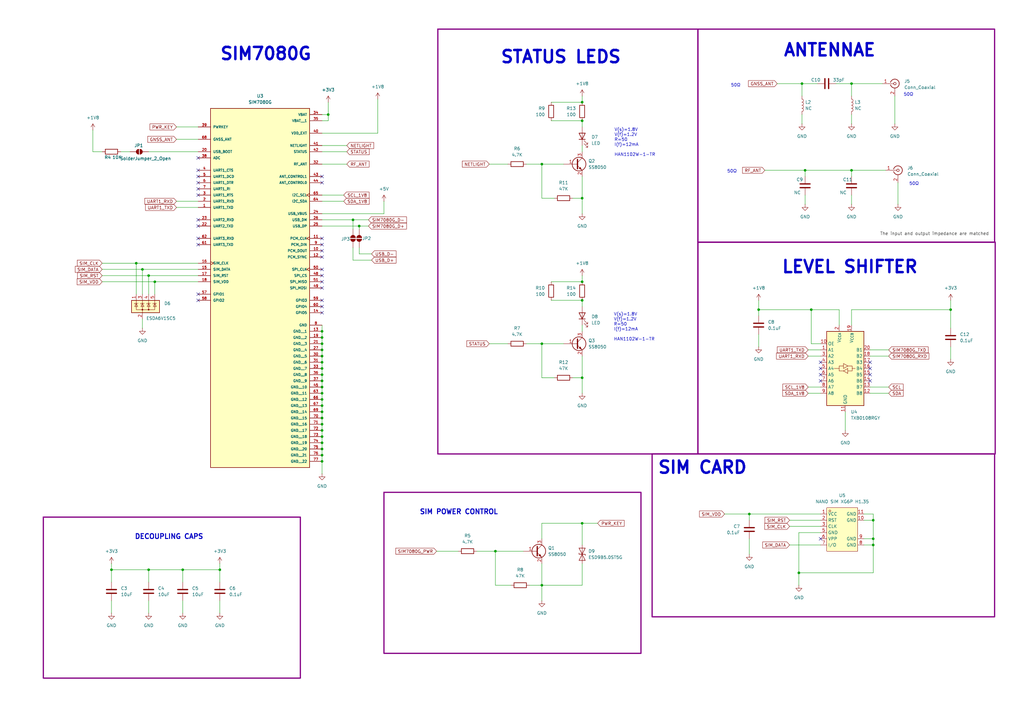
<source format=kicad_sch>
(kicad_sch (version 20231120) (generator "eeschema") (generator_version "8.0")
  (paper "A3")
  (title_block (title "IoT Gateway") (date "2024-10-15") (rev "v0.1.0") (company "Abstract Machines") (comment 1 "Designed By: Rodney Osodo") (comment 2 "Approved By: Jones Kisaka"))
  (lib_symbols
    (symbol "Connector:Conn_Coaxial" (pin_names (offset 1.016) hide)
      (property "Reference" "J" (at 0.254 3.048 0))
      (property "Value" "Conn_Coaxial" (at 2.921 0 90))
      (symbol "Conn_Coaxial_1_1"
        (pin passive line (at -5.08 0 0) (length 2.54) (name "In") (number "1"))
        (pin passive line (at 0 -5.08 90) (length 2.54) (name "Ext") (number "2"))
      )
    )
    (symbol "Device:C" (pin_numbers hide) (pin_names (offset 0.254))
      (property "Reference" "C" (at 0.635 2.54 0))
      (property "Value" "C" (at 0.635 -2.54 0))
      (symbol "C_1_1"
        (pin passive line (at 0 3.81 270) (length 2.794) (name "~") (number "1"))
        (pin passive line (at 0 -3.81 90) (length 2.794) (name "~") (number "2"))
      )
    )
    (symbol "Device:L" (pin_numbers hide) (pin_names (offset 1.016) hide)
      (property "Reference" "L" (at -1.27 0 90))
      (property "Value" "L" (at 1.905 0 90))
      (symbol "L_1_1"
        (pin passive line (at 0 3.81 270) (length 1.27) (name "1") (number "1"))
        (pin passive line (at 0 -3.81 90) (length 1.27) (name "2") (number "2"))
      )
    )
    (symbol "Device:LED" (pin_numbers hide) (pin_names (offset 1.016) hide)
      (property "Reference" "D" (at 0 2.54 0))
      (property "Value" "LED" (at 0 -2.54 0))
      (symbol "LED_1_1"
        (pin passive line (at -3.81 0 0) (length 2.54) (name "K") (number "1"))
        (pin passive line (at 3.81 0 180) (length 2.54) (name "A") (number "2"))
      )
    )
    (symbol "Device:R" (pin_numbers hide) (pin_names (offset 0))
      (property "Reference" "R" (at 2.032 0 90))
      (property "Value" "R" (at 0 0 90))
      (symbol "R_1_1"
        (pin passive line (at 0 3.81 270) (length 1.27) (name "~") (number "1"))
        (pin passive line (at 0 -3.81 90) (length 1.27) (name "~") (number "2"))
      )
    )
    (symbol "Diode:ESD9B5.0ST5G" (pin_numbers hide) (pin_names (offset 1.016) hide)
      (property "Reference" "D" (at 0 2.54 0))
      (property "Value" "ESD9B5.0ST5G" (at 0 -2.54 0))
      (symbol "ESD9B5.0ST5G_1_1"
        (pin passive line (at -3.81 0 0) (length 2.54) (name "A1") (number "1"))
        (pin passive line (at 3.81 0 180) (length 2.54) (name "A2") (number "2"))
      )
    )
    (symbol "Jumper:SolderJumper_2_Open" (pin_numbers hide) (pin_names (offset 0) hide) (exclude_from_sim yes) (in_bom no)
      (property "Reference" "JP" (at 0 2.032 0))
      (property "Value" "SolderJumper_2_Open" (at 0 -2.54 0))
      (symbol "SolderJumper_2_Open_1_1"
        (pin passive line (at -3.81 0 0) (length 2.54) (name "A") (number "1"))
        (pin passive line (at 3.81 0 180) (length 2.54) (name "B") (number "2"))
      )
    )
    (symbol "Logic_LevelTranslator:TXB0108RGY"
      (property "Reference" "U" (at -6.35 16.51 0))
      (property "Value" "TXB0108RGY" (at 3.81 16.51 0))
      (symbol "TXB0108RGY_1_1"
        (pin bidirectional line (at -10.16 7.62 0) (length 2.54) (name "A1") (number "1"))
        (pin input line (at -10.16 10.16 0) (length 2.54) (name "OE") (number "10"))
        (pin power_in line (at 0 -17.78 90) (length 2.54) (name "GND") (number "11"))
        (pin bidirectional line (at 10.16 -10.16 180) (length 2.54) (name "B8") (number "12"))
        (pin bidirectional line (at 10.16 -7.62 180) (length 2.54) (name "B7") (number "13"))
        (pin bidirectional line (at 10.16 -5.08 180) (length 2.54) (name "B6") (number "14"))
        (pin bidirectional line (at 10.16 -2.54 180) (length 2.54) (name "B5") (number "15"))
        (pin bidirectional line (at 10.16 0 180) (length 2.54) (name "B4") (number "16"))
        (pin bidirectional line (at 10.16 2.54 180) (length 2.54) (name "B3") (number "17"))
        (pin bidirectional line (at 10.16 5.08 180) (length 2.54) (name "B2") (number "18"))
        (pin power_in line (at 2.54 17.78 270) (length 2.54) (name "V_{CCB}") (number "19"))
        (pin power_in line (at -2.54 17.78 270) (length 2.54) (name "V_{CCA}") (number "2"))
        (pin bidirectional line (at 10.16 7.62 180) (length 2.54) (name "B1") (number "20"))
        (pin passive line (at 0 -17.78 90) (length 2.54) hide (name "GND") (number "21"))
        (pin bidirectional line (at -10.16 5.08 0) (length 2.54) (name "A2") (number "3"))
        (pin bidirectional line (at -10.16 2.54 0) (length 2.54) (name "A3") (number "4"))
        (pin bidirectional line (at -10.16 0 0) (length 2.54) (name "A4") (number "5"))
        (pin bidirectional line (at -10.16 -2.54 0) (length 2.54) (name "A5") (number "6"))
        (pin bidirectional line (at -10.16 -5.08 0) (length 2.54) (name "A6") (number "7"))
        (pin bidirectional line (at -10.16 -7.62 0) (length 2.54) (name "A7") (number "8"))
        (pin bidirectional line (at -10.16 -10.16 0) (length 2.54) (name "A8") (number "9"))
      )
    )
    (symbol "Power_Protection:ESDA6V1SC5" (pin_names hide)
      (property "Reference" "D" (at 7.62 2.54 0))
      (property "Value" "ESDA6V1SC5" (at 7.62 0.635 0))
      (symbol "ESDA6V1SC5_0_0"
        (pin passive line (at 0 -5.08 90) (length 2.54) (name "A") (number "2"))
      )
      (symbol "ESDA6V1SC5_1_1"
        (pin passive line (at -2.54 5.08 270) (length 2.54) (name "K") (number "1"))
        (pin passive line (at 0 5.08 270) (length 2.54) (name "K") (number "3"))
        (pin passive line (at 2.54 5.08 270) (length 2.54) (name "K") (number "4"))
        (pin passive line (at 5.08 5.08 270) (length 2.54) (name "K") (number "5"))
      )
    )
    (symbol "SIM-SMD_NANO-SIM-XG6P-H1.35:NANOSIMXG6PH1.35"
      (property "Reference" "U" (at 0 12.7 0))
      (property "Value" "NANO SIM XG6P H1.35" (at 0 -10.16 0))
      (symbol "NANOSIMXG6PH1.35_0_1"
        (pin unspecified line (at -10.16 7.62 0) (length 2.54) (name "VCC") (number "1"))
        (pin unspecified line (at 7.62 5.08 180) (length 2.54) (name "GND") (number "10"))
        (pin unspecified line (at 7.62 7.62 180) (length 2.54) (name "GND") (number "11"))
        (pin unspecified line (at -10.16 5.08 0) (length 2.54) (name "RST") (number "2"))
        (pin unspecified line (at -10.16 2.54 0) (length 2.54) (name "CLK") (number "3"))
        (pin unspecified line (at -10.16 0 0) (length 2.54) (name "GND") (number "5"))
        (pin unspecified line (at -10.16 -2.54 0) (length 2.54) (name "VPP") (number "6"))
        (pin unspecified line (at -10.16 -5.08 0) (length 2.54) (name "I/O") (number "7"))
        (pin unspecified line (at 7.62 -5.08 180) (length 2.54) (name "GND") (number "8"))
        (pin unspecified line (at 7.62 -2.54 180) (length 2.54) (name "GND") (number "9"))
      )
    )
    (symbol "SIM7080G:SIM7080G" (pin_names (offset 1.016))
      (property "Reference" "U" (at -20.066 44.196 0))
      (property "Value" "SIM7080G" (at -20.066 -105.156 0))
      (symbol "SIM7080G_0_0"
        (pin output line (at -25.4 2.54 0) (length 5.08) (name "UART1_TXD") (number "1"))
        (pin output line (at 25.4 -15.24 180) (length 5.08) (name "PCM_DOUT") (number "10"))
        (pin output clock (at 25.4 -10.16 180) (length 5.08) (name "PCM_CLK") (number "11"))
        (pin output line (at 25.4 -17.78 180) (length 5.08) (name "PCM_SYNC") (number "12"))
        (pin power_in line (at 25.4 -48.26 180) (length 5.08) (name "GND__1") (number "13"))
        (pin bidirectional line (at 25.4 -40.64 180) (length 5.08) (name "GPIO5") (number "14"))
        (pin bidirectional line (at -25.4 -22.86 0) (length 5.08) (name "SIM_DATA") (number "15"))
        (pin output clock (at -25.4 -20.32 0) (length 5.08) (name "SIM_CLK") (number "16"))
        (pin output line (at -25.4 -25.4 0) (length 5.08) (name "SIM_RST") (number "17"))
        (pin output line (at -25.4 -27.94 0) (length 5.08) (name "SIM_VDD") (number "18"))
        (pin power_in line (at 25.4 -50.8 180) (length 5.08) (name "GND__2") (number "19"))
        (pin input line (at -25.4 5.08 0) (length 5.08) (name "UART1_RXD") (number "2"))
        (pin input line (at -25.4 25.4 0) (length 5.08) (name "USB_BOOT") (number "20"))
        (pin power_in line (at 25.4 -53.34 180) (length 5.08) (name "GND__3") (number "21"))
        (pin output line (at -25.4 -5.08 0) (length 5.08) (name "UART2_TXD") (number "22"))
        (pin input line (at -25.4 -2.54 0) (length 5.08) (name "UART2_RXD") (number "23"))
        (pin input line (at 25.4 0 180) (length 5.08) (name "USB_VBUS") (number "24"))
        (pin bidirectional line (at 25.4 -5.08 180) (length 5.08) (name "USB_DP") (number "25"))
        (pin bidirectional line (at 25.4 -2.54 180) (length 5.08) (name "USB_DM") (number "26"))
        (pin power_in line (at 25.4 -55.88 180) (length 5.08) (name "GND__4") (number "27"))
        (pin input line (at -25.4 7.62 0) (length 5.08) (name "UART1_RTS") (number "3"))
        (pin power_in line (at 25.4 -58.42 180) (length 5.08) (name "GND__5") (number "30"))
        (pin power_in line (at 25.4 -60.96 180) (length 5.08) (name "GND__6") (number "31"))
        (pin bidirectional line (at 25.4 20.32 180) (length 5.08) (name "RF_ANT") (number "32"))
        (pin power_in line (at 25.4 -63.5 180) (length 5.08) (name "GND__7") (number "33"))
        (pin power_in line (at 25.4 40.64 180) (length 5.08) (name "VBAT") (number "34"))
        (pin power_in line (at 25.4 38.1 180) (length 5.08) (name "VBAT__1") (number "35"))
        (pin power_in line (at 25.4 -66.04 180) (length 5.08) (name "GND__8") (number "36"))
        (pin power_in line (at 25.4 -68.58 180) (length 5.08) (name "GND__9") (number "37"))
        (pin input line (at -25.4 22.86 0) (length 5.08) (name "ADC") (number "38"))
        (pin input line (at -25.4 35.56 0) (length 5.08) (name "PWRKEY") (number "39"))
        (pin output line (at -25.4 17.78 0) (length 5.08) (name "UART1_CTS") (number "4"))
        (pin output line (at 25.4 33.02 180) (length 5.08) (name "VDD_EXT") (number "40"))
        (pin output line (at 25.4 27.94 180) (length 5.08) (name "NETLIGHT") (number "41"))
        (pin output line (at 25.4 25.4 180) (length 5.08) (name "STATUS") (number "42"))
        (pin bidirectional line (at 25.4 15.24 180) (length 5.08) (name "ANT_CONTROL1") (number "43"))
        (pin output line (at 25.4 12.7 180) (length 5.08) (name "ANT_CONTROL0") (number "44"))
        (pin power_in line (at 25.4 -71.12 180) (length 5.08) (name "GND__10") (number "45"))
        (pin output line (at 25.4 -25.4 180) (length 5.08) (name "SPI_CS") (number "48"))
        (pin output line (at 25.4 -30.48 180) (length 5.08) (name "SPI_MOSI") (number "49"))
        (pin output line (at -25.4 15.24 0) (length 5.08) (name "UART1_DCD") (number "5"))
        (pin output clock (at 25.4 -22.86 180) (length 5.08) (name "SPI_CLK") (number "50"))
        (pin input line (at 25.4 -27.94 180) (length 5.08) (name "SPI_MISO") (number "51"))
        (pin bidirectional line (at -25.4 -33.02 0) (length 5.08) (name "GPIO1") (number "57"))
        (pin bidirectional line (at -25.4 -35.56 0) (length 5.08) (name "GPIO2") (number "58"))
        (pin bidirectional line (at 25.4 -35.56 180) (length 5.08) (name "GPIO3") (number "59"))
        (pin input line (at -25.4 12.7 0) (length 5.08) (name "UART1_DTR") (number "6"))
        (pin bidirectional line (at 25.4 -38.1 180) (length 5.08) (name "GPIO4") (number "60"))
        (pin output line (at -25.4 -12.7 0) (length 5.08) (name "UART3_TXD") (number "61"))
        (pin input line (at -25.4 -10.16 0) (length 5.08) (name "UART3_RXD") (number "62"))
        (pin power_in line (at 25.4 -73.66 180) (length 5.08) (name "GND__11") (number "63"))
        (pin bidirectional line (at 25.4 5.08 180) (length 5.08) (name "I2C_SDA") (number "64"))
        (pin output clock (at 25.4 7.62 180) (length 5.08) (name "I2C_SCL") (number "65"))
        (pin power_in line (at 25.4 -76.2 180) (length 5.08) (name "GND__12") (number "66"))
        (pin power_in line (at 25.4 -78.74 180) (length 5.08) (name "GND__13") (number "67"))
        (pin input line (at -25.4 30.48 0) (length 5.08) (name "GNSS_ANT") (number "68"))
        (pin power_in line (at 25.4 -81.28 180) (length 5.08) (name "GND__14") (number "69"))
        (pin output line (at -25.4 10.16 0) (length 5.08) (name "UART1_RI") (number "7"))
        (pin power_in line (at 25.4 -83.82 180) (length 5.08) (name "GND__15") (number "70"))
        (pin power_in line (at 25.4 -86.36 180) (length 5.08) (name "GND__16") (number "71"))
        (pin power_in line (at 25.4 -88.9 180) (length 5.08) (name "GND__17") (number "72"))
        (pin power_in line (at 25.4 -91.44 180) (length 5.08) (name "GND__18") (number "73"))
        (pin power_in line (at 25.4 -93.98 180) (length 5.08) (name "GND__19") (number "74"))
        (pin power_in line (at 25.4 -96.52 180) (length 5.08) (name "GND__20") (number "75"))
        (pin power_in line (at 25.4 -99.06 180) (length 5.08) (name "GND__21") (number "76"))
        (pin power_in line (at 25.4 -101.6 180) (length 5.08) (name "GND__22") (number "77"))
        (pin power_in line (at 25.4 -45.72 180) (length 5.08) (name "GND") (number "8"))
        (pin input line (at 25.4 -12.7 180) (length 5.08) (name "PCM_DIN") (number "9"))
      )
    )
    (symbol "Transistor_BJT:SS8050" (pin_names (offset 0) hide)
      (property "Reference" "Q" (at 5.08 1.905 0))
      (property "Value" "SS8050" (at 5.08 0 0))
      (symbol "SS8050_1_1"
        (pin input line (at -5.08 0 0) (length 5.715) (name "B") (number "1"))
        (pin passive line (at 2.54 -5.08 90) (length 2.54) (name "E") (number "2"))
        (pin passive line (at 2.54 5.08 270) (length 2.54) (name "C") (number "3"))
      )
    )
    (symbol "power:+1V8" (power) (pin_numbers hide) (pin_names (offset 0) hide)
      (property "Value" "+1V8" (at 0 3.556 0))
      (symbol "+1V8_1_1"
        (pin power_in line (at 0 0 90) (length 0) (name "~") (number "1"))
      )
    )
    (symbol "power:+3V3" (power) (pin_numbers hide) (pin_names (offset 0) hide)
      (property "Value" "+3V3" (at 0 3.556 0))
      (symbol "+3V3_1_1"
        (pin power_in line (at 0 0 90) (length 0) (name "~") (number "1"))
      )
    )
    (symbol "power:+5V" (power) (pin_numbers hide) (pin_names (offset 0) hide)
      (property "Value" "+5V" (at 0 3.556 0))
      (symbol "+5V_1_1"
        (pin power_in line (at 0 0 90) (length 0) (name "~") (number "1"))
      )
    )
    (symbol "power:GND" (power) (pin_numbers hide) (pin_names (offset 0) hide)
      (property "Value" "GND" (at 0 -3.81 0))
      (symbol "GND_1_1"
        (pin power_in line (at 0 0 270) (length 0) (name "~") (number "1"))
      )
    )
  )
  (junction (at 60.96 113.03))
  (junction (at 358.14 213.36))
  (junction (at 238.76 123.19))
  (junction (at 132.08 140.97))
  (junction (at 389.89 127))
  (junction (at 132.08 186.69))
  (junction (at 132.08 151.13))
  (junction (at 222.25 140.97))
  (junction (at 90.17 233.68))
  (junction (at 132.08 189.23))
  (junction (at 222.25 240.03))
  (junction (at 63.5 115.57))
  (junction (at 132.08 168.91))
  (junction (at 238.76 49.53))
  (junction (at 60.96 233.68))
  (junction (at 132.08 173.99))
  (junction (at 132.08 158.75))
  (junction (at 349.25 34.29))
  (junction (at 330.2 69.85))
  (junction (at 134.62 46.99))
  (junction (at 147.32 92.71))
  (junction (at 132.08 148.59))
  (junction (at 358.14 223.52))
  (junction (at 132.08 156.21))
  (junction (at 74.93 233.68))
  (junction (at 132.08 181.61))
  (junction (at 132.08 171.45))
  (junction (at 144.78 90.17))
  (junction (at 132.08 163.83))
  (junction (at 327.66 234.95))
  (junction (at 238.76 81.28))
  (junction (at 222.25 67.31))
  (junction (at 332.74 127))
  (junction (at 307.34 210.82))
  (junction (at 328.93 34.29))
  (junction (at 132.08 184.15))
  (junction (at 132.08 166.37))
  (junction (at 238.76 214.63))
  (junction (at 132.08 143.51))
  (junction (at 132.08 146.05))
  (junction (at 349.25 69.85))
  (junction (at 238.76 115.57))
  (junction (at 358.14 220.98))
  (junction (at 132.08 176.53))
  (junction (at 203.2 226.06))
  (junction (at 132.08 153.67))
  (junction (at 55.88 107.95))
  (junction (at 132.08 161.29))
  (junction (at 238.76 154.94))
  (junction (at 132.08 179.07))
  (junction (at 132.08 138.43))
  (junction (at 238.76 41.91))
  (junction (at 132.08 135.89))
  (junction (at 58.42 110.49))
  (junction (at 311.15 127))
  (junction (at 45.72 233.68))
  (no_connect (at 336.55 148.59))
  (no_connect (at 81.28 92.71))
  (no_connect (at 81.28 80.01))
  (no_connect (at 81.28 77.47))
  (no_connect (at 336.55 220.98))
  (no_connect (at 132.08 110.49))
  (no_connect (at 132.08 105.41))
  (no_connect (at 132.08 97.79))
  (no_connect (at 132.08 113.03))
  (no_connect (at 132.08 115.57))
  (no_connect (at 132.08 125.73))
  (no_connect (at 81.28 69.85))
  (no_connect (at 81.28 97.79))
  (no_connect (at 356.87 148.59))
  (no_connect (at 132.08 123.19))
  (no_connect (at 336.55 151.13))
  (no_connect (at 81.28 123.19))
  (no_connect (at 336.55 156.21))
  (no_connect (at 81.28 74.93))
  (no_connect (at 81.28 64.77))
  (no_connect (at 81.28 72.39))
  (no_connect (at 132.08 118.11))
  (no_connect (at 336.55 153.67))
  (no_connect (at 132.08 100.33))
  (no_connect (at 132.08 102.87))
  (no_connect (at 132.08 72.39))
  (no_connect (at 356.87 153.67))
  (no_connect (at 132.08 128.27))
  (no_connect (at 356.87 151.13))
  (no_connect (at 81.28 90.17))
  (no_connect (at 81.28 120.65))
  (no_connect (at 356.87 156.21))
  (no_connect (at 132.08 74.93))
  (no_connect (at 81.28 100.33))
  (wire (pts (xy 238.76 214.63) (xy 238.76 223.52)))
  (wire (pts (xy 323.85 223.52) (xy 336.55 223.52)))
  (wire (pts (xy 238.76 161.29) (xy 238.76 154.94)))
  (wire (pts (xy 140.97 82.55) (xy 132.08 82.55)))
  (wire (pts (xy 58.42 110.49) (xy 58.42 120.65)))
  (wire (pts (xy 354.33 223.52) (xy 358.14 223.52)))
  (wire (pts (xy 358.14 223.52) (xy 358.14 234.95)))
  (wire (pts (xy 132.08 163.83) (xy 132.08 166.37)))
  (wire (pts (xy 389.89 127) (xy 389.89 134.62)))
  (wire (pts (xy 200.66 140.97) (xy 208.28 140.97)))
  (wire (pts (xy 364.49 161.29) (xy 356.87 161.29)))
  (wire (pts (xy 332.74 127) (xy 344.17 127)))
  (wire (pts (xy 60.96 113.03) (xy 60.96 120.65)))
  (wire (pts (xy 63.5 115.57) (xy 81.28 115.57)))
  (wire (pts (xy 60.96 233.68) (xy 45.72 233.68)))
  (wire (pts (xy 74.93 233.68) (xy 74.93 238.76)))
  (wire (pts (xy 364.49 146.05) (xy 356.87 146.05)))
  (wire (pts (xy 142.24 67.31) (xy 132.08 67.31)))
  (wire (pts (xy 332.74 140.97) (xy 332.74 127)))
  (wire (pts (xy 349.25 34.29) (xy 349.25 39.37)))
  (wire (pts (xy 72.39 85.09) (xy 81.28 85.09)))
  (wire (pts (xy 222.25 81.28) (xy 222.25 67.31)))
  (wire (pts (xy 132.08 166.37) (xy 132.08 168.91)))
  (wire (pts (xy 331.47 158.75) (xy 336.55 158.75)))
  (wire (pts (xy 336.55 140.97) (xy 332.74 140.97)))
  (wire (pts (xy 195.58 226.06) (xy 203.2 226.06)))
  (wire (pts (xy 358.14 234.95) (xy 327.66 234.95)))
  (wire (pts (xy 367.03 39.37) (xy 367.03 50.8)))
  (wire (pts (xy 132.08 179.07) (xy 132.08 181.61)))
  (wire (pts (xy 238.76 133.35) (xy 238.76 135.89)))
  (wire (pts (xy 74.93 251.46) (xy 74.93 246.38)))
  (wire (pts (xy 344.17 127) (xy 344.17 133.35)))
  (wire (pts (xy 132.08 92.71) (xy 147.32 92.71)))
  (wire (pts (xy 209.55 240.03) (xy 203.2 240.03)))
  (wire (pts (xy 132.08 189.23) (xy 132.08 194.31)))
  (wire (pts (xy 142.24 59.69) (xy 132.08 59.69)))
  (wire (pts (xy 349.25 127) (xy 389.89 127)))
  (wire (pts (xy 222.25 154.94) (xy 222.25 140.97)))
  (wire (pts (xy 323.85 215.9) (xy 336.55 215.9)))
  (wire (pts (xy 132.08 146.05) (xy 132.08 148.59)))
  (wire (pts (xy 330.2 80.01) (xy 330.2 83.82)))
  (wire (pts (xy 327.66 234.95) (xy 327.66 240.03)))
  (wire (pts (xy 331.47 143.51) (xy 336.55 143.51)))
  (wire (pts (xy 349.25 80.01) (xy 349.25 83.82)))
  (wire (pts (xy 55.88 107.95) (xy 55.88 120.65)))
  (wire (pts (xy 349.25 34.29) (xy 361.95 34.29)))
  (wire (pts (xy 238.76 214.63) (xy 245.11 214.63)))
  (wire (pts (xy 346.71 168.91) (xy 346.71 176.53)))
  (wire (pts (xy 311.15 127) (xy 311.15 129.54)))
  (wire (pts (xy 179.07 226.06) (xy 187.96 226.06)))
  (wire (pts (xy 364.49 143.51) (xy 356.87 143.51)))
  (wire (pts (xy 38.1 62.23) (xy 41.91 62.23)))
  (wire (pts (xy 58.42 130.81) (xy 58.42 134.62)))
  (wire (pts (xy 354.33 210.82) (xy 358.14 210.82)))
  (wire (pts (xy 60.96 62.23) (xy 81.28 62.23)))
  (wire (pts (xy 132.08 176.53) (xy 132.08 179.07)))
  (wire (pts (xy 349.25 69.85) (xy 363.22 69.85)))
  (wire (pts (xy 226.06 115.57) (xy 238.76 115.57)))
  (wire (pts (xy 349.25 46.99) (xy 349.25 50.8)))
  (wire (pts (xy 132.08 186.69) (xy 132.08 189.23)))
  (wire (pts (xy 60.96 233.68) (xy 60.96 238.76)))
  (wire (pts (xy 203.2 240.03) (xy 203.2 226.06)))
  (wire (pts (xy 226.06 41.91) (xy 238.76 41.91)))
  (wire (pts (xy 152.4 106.68) (xy 144.78 106.68)))
  (wire (pts (xy 330.2 69.85) (xy 349.25 69.85)))
  (wire (pts (xy 227.33 81.28) (xy 222.25 81.28)))
  (wire (pts (xy 215.9 140.97) (xy 222.25 140.97)))
  (wire (pts (xy 238.76 240.03) (xy 222.25 240.03)))
  (wire (pts (xy 132.08 140.97) (xy 132.08 143.51)))
  (wire (pts (xy 134.62 41.91) (xy 134.62 46.99)))
  (wire (pts (xy 226.06 49.53) (xy 238.76 49.53)))
  (wire (pts (xy 60.96 113.03) (xy 81.28 113.03)))
  (wire (pts (xy 90.17 231.14) (xy 90.17 233.68)))
  (wire (pts (xy 147.32 92.71) (xy 147.32 93.98)))
  (wire (pts (xy 331.47 161.29) (xy 336.55 161.29)))
  (wire (pts (xy 132.08 138.43) (xy 132.08 140.97)))
  (wire (pts (xy 132.08 158.75) (xy 132.08 161.29)))
  (wire (pts (xy 53.34 62.23) (xy 49.53 62.23)))
  (wire (pts (xy 342.9 34.29) (xy 349.25 34.29)))
  (wire (pts (xy 234.95 154.94) (xy 238.76 154.94)))
  (wire (pts (xy 132.08 90.17) (xy 144.78 90.17)))
  (wire (pts (xy 142.24 62.23) (xy 132.08 62.23)))
  (wire (pts (xy 140.97 80.01) (xy 132.08 80.01)))
  (wire (pts (xy 331.47 146.05) (xy 336.55 146.05)))
  (wire (pts (xy 336.55 218.44) (xy 327.66 218.44)))
  (wire (pts (xy 132.08 153.67) (xy 132.08 156.21)))
  (wire (pts (xy 60.96 251.46) (xy 60.96 246.38)))
  (wire (pts (xy 227.33 154.94) (xy 222.25 154.94)))
  (wire (pts (xy 45.72 233.68) (xy 45.72 238.76)))
  (wire (pts (xy 144.78 90.17) (xy 151.13 90.17)))
  (wire (pts (xy 132.08 171.45) (xy 132.08 173.99)))
  (wire (pts (xy 364.49 158.75) (xy 356.87 158.75)))
  (wire (pts (xy 215.9 67.31) (xy 222.25 67.31)))
  (wire (pts (xy 45.72 231.14) (xy 45.72 233.68)))
  (wire (pts (xy 132.08 181.61) (xy 132.08 184.15)))
  (wire (pts (xy 327.66 218.44) (xy 327.66 234.95)))
  (wire (pts (xy 147.32 92.71) (xy 151.13 92.71)))
  (wire (pts (xy 132.08 151.13) (xy 132.08 153.67)))
  (wire (pts (xy 307.34 210.82) (xy 297.18 210.82)))
  (wire (pts (xy 132.08 161.29) (xy 132.08 163.83)))
  (wire (pts (xy 328.93 34.29) (xy 335.28 34.29)))
  (wire (pts (xy 238.76 231.14) (xy 238.76 240.03)))
  (wire (pts (xy 132.08 133.35) (xy 132.08 135.89)))
  (wire (pts (xy 311.15 127) (xy 332.74 127)))
  (wire (pts (xy 72.39 82.55) (xy 81.28 82.55)))
  (wire (pts (xy 238.76 154.94) (xy 238.76 146.05)))
  (wire (pts (xy 222.25 140.97) (xy 231.14 140.97)))
  (wire (pts (xy 90.17 233.68) (xy 74.93 233.68)))
  (wire (pts (xy 238.76 113.03) (xy 238.76 115.57)))
  (wire (pts (xy 328.93 46.99) (xy 328.93 50.8)))
  (wire (pts (xy 147.32 104.14) (xy 147.32 101.6)))
  (wire (pts (xy 200.66 67.31) (xy 208.28 67.31)))
  (wire (pts (xy 238.76 49.53) (xy 238.76 52.07)))
  (wire (pts (xy 307.34 220.98) (xy 307.34 227.33)))
  (wire (pts (xy 389.89 123.19) (xy 389.89 127)))
  (wire (pts (xy 368.3 74.93) (xy 368.3 83.82)))
  (wire (pts (xy 318.77 34.29) (xy 328.93 34.29)))
  (wire (pts (xy 132.08 49.53) (xy 134.62 49.53)))
  (wire (pts (xy 226.06 123.19) (xy 238.76 123.19)))
  (wire (pts (xy 238.76 87.63) (xy 238.76 81.28)))
  (wire (pts (xy 74.93 233.68) (xy 60.96 233.68)))
  (wire (pts (xy 358.14 213.36) (xy 358.14 220.98)))
  (wire (pts (xy 358.14 210.82) (xy 358.14 213.36)))
  (wire (pts (xy 157.48 87.63) (xy 132.08 87.63)))
  (wire (pts (xy 330.2 69.85) (xy 330.2 72.39)))
  (wire (pts (xy 152.4 104.14) (xy 147.32 104.14)))
  (wire (pts (xy 222.25 246.38) (xy 222.25 240.03)))
  (wire (pts (xy 63.5 115.57) (xy 63.5 120.65)))
  (wire (pts (xy 144.78 106.68) (xy 144.78 101.6)))
  (wire (pts (xy 132.08 156.21) (xy 132.08 158.75)))
  (wire (pts (xy 203.2 226.06) (xy 214.63 226.06)))
  (wire (pts (xy 154.94 54.61) (xy 154.94 40.64)))
  (wire (pts (xy 349.25 133.35) (xy 349.25 127)))
  (wire (pts (xy 307.34 210.82) (xy 336.55 210.82)))
  (wire (pts (xy 90.17 251.46) (xy 90.17 246.38)))
  (wire (pts (xy 132.08 173.99) (xy 132.08 176.53)))
  (wire (pts (xy 238.76 39.37) (xy 238.76 41.91)))
  (wire (pts (xy 238.76 59.69) (xy 238.76 62.23)))
  (wire (pts (xy 132.08 54.61) (xy 154.94 54.61)))
  (wire (pts (xy 38.1 53.34) (xy 38.1 62.23)))
  (wire (pts (xy 354.33 213.36) (xy 358.14 213.36)))
  (wire (pts (xy 132.08 46.99) (xy 134.62 46.99)))
  (wire (pts (xy 307.34 210.82) (xy 307.34 213.36)))
  (wire (pts (xy 234.95 81.28) (xy 238.76 81.28)))
  (wire (pts (xy 313.69 69.85) (xy 330.2 69.85)))
  (wire (pts (xy 72.39 52.07) (xy 81.28 52.07)))
  (wire (pts (xy 45.72 246.38) (xy 45.72 251.46)))
  (wire (pts (xy 41.91 110.49) (xy 58.42 110.49)))
  (wire (pts (xy 311.15 137.16) (xy 311.15 142.24)))
  (wire (pts (xy 311.15 123.19) (xy 311.15 127)))
  (wire (pts (xy 41.91 107.95) (xy 55.88 107.95)))
  (wire (pts (xy 132.08 143.51) (xy 132.08 146.05)))
  (wire (pts (xy 90.17 238.76) (xy 90.17 233.68)))
  (wire (pts (xy 349.25 69.85) (xy 349.25 72.39)))
  (wire (pts (xy 157.48 82.55) (xy 157.48 87.63)))
  (wire (pts (xy 222.25 214.63) (xy 238.76 214.63)))
  (wire (pts (xy 41.91 113.03) (xy 60.96 113.03)))
  (wire (pts (xy 354.33 220.98) (xy 358.14 220.98)))
  (wire (pts (xy 72.39 57.15) (xy 81.28 57.15)))
  (wire (pts (xy 222.25 240.03) (xy 222.25 231.14)))
  (wire (pts (xy 358.14 220.98) (xy 358.14 223.52)))
  (wire (pts (xy 132.08 184.15) (xy 132.08 186.69)))
  (wire (pts (xy 132.08 148.59) (xy 132.08 151.13)))
  (wire (pts (xy 55.88 107.95) (xy 81.28 107.95)))
  (wire (pts (xy 222.25 67.31) (xy 231.14 67.31)))
  (wire (pts (xy 328.93 34.29) (xy 328.93 39.37)))
  (wire (pts (xy 389.89 142.24) (xy 389.89 147.32)))
  (wire (pts (xy 144.78 90.17) (xy 144.78 93.98)))
  (wire (pts (xy 41.91 115.57) (xy 63.5 115.57)))
  (wire (pts (xy 58.42 110.49) (xy 81.28 110.49)))
  (wire (pts (xy 132.08 135.89) (xy 132.08 138.43)))
  (wire (pts (xy 238.76 123.19) (xy 238.76 125.73)))
  (wire (pts (xy 238.76 81.28) (xy 238.76 72.39)))
  (wire (pts (xy 222.25 220.98) (xy 222.25 214.63)))
  (wire (pts (xy 134.62 49.53) (xy 134.62 46.99)))
  (wire (pts (xy 323.85 213.36) (xy 336.55 213.36)))
  (wire (pts (xy 132.08 168.91) (xy 132.08 171.45)))
  (wire (pts (xy 217.17 240.03) (xy 222.25 240.03)))
  (rectangle (start 17.78 212.09) (end 123.19 278.13) (stroke (width 0.5) (color 132 0 132 1)))
  (rectangle (start 286.258 11.938) (end 407.924 99.314) (stroke (width 0.5) (color 132 0 132 1)))
  (rectangle (start 286.258 99.314) (end 408.178 186.182) (stroke (width 0.5) (color 132 0 132 1)))
  (rectangle (start 179.578 11.938) (end 286.258 186.182) (stroke (width 0.5) (color 132 0 132 1)))
  (rectangle (start 157.48 201.93) (end 262.89 267.97) (stroke (width 0.5) (color 132 0 132 1)))
  (rectangle (start 267.462 186.182) (end 407.924 252.984) (stroke (width 0.5) (color 132 0 132 1)))
  (text "V(s)=1.8V\nV(f)=1.2V\nR=50\nI(f)=12mA\n\nHAN1102W-1-TR" (at 251.714 134.112 0) (effects (font (size 1.27 1.27)) (justify left)))
  (text "DECOUPLING CAPS\n" (at 69.342 220.218 0) (effects (font (size 2 2) (thickness 0.4) (bold yes))))
  (text "50Ω" (at 298.196 70.358 0) (effects (font (size 1.27 1.27)) (justify left)))
  (text "LEVEL SHIFTER\n" (at 320.294 112.522 0) (effects (font (size 5 5) (thickness 1) (bold yes)) (justify left bottom)))
  (text "ANTENNAE\n" (at 321.056 23.622 0) (effects (font (size 5 5) (thickness 1) (bold yes)) (justify left bottom)))
  (text "SIM POWER CONTROL" (at 188.214 210.058 0) (effects (font (size 2 2) (thickness 0.4) (bold yes))))
  (text "SIM7080G" (at 89.916 25.146 0) (effects (font (size 5 5) (thickness 1) (bold yes)) (justify left bottom)))
  (text "SIM CARD\n" (at 269.494 194.818 0) (effects (font (size 5 5) (thickness 1) (bold yes)) (justify left bottom)))
  (text "V(s)=1.8V\nV(f)=1.2V\nR=50\nI(f)=12mA\n\nHAN1102W-1-TR" (at 251.968 58.42 0) (effects (font (size 1.27 1.27)) (justify left)))
  (text "The input and output impedance are matched\n" (at 360.934 96.012 0) (effects (font (size 1.27 1.27)) (justify left)))
  (text "50Ω" (at 299.72 35.052 0) (effects (font (size 1.27 1.27)) (justify left)))
  (text "STATUS LEDS\n" (at 204.978 26.416 0) (effects (font (size 5 5) (thickness 1) (bold yes)) (justify left bottom)))
  (text "50Ω" (at 370.586 38.862 0) (effects (font (size 1.27 1.27)) (justify left)))
  (text "50Ω" (at 372.872 75.438 0) (effects (font (size 1.27 1.27)) (justify left)))
  (global_label "SCL_1V8" (shape input) (at 331.47 158.75 180) (property "Intersheetrefs" "${INTERSHEET_REFS}" (effects (hide yes))))
  (global_label "STATUS" (shape input) (at 142.24 62.23 0) (property "Intersheetrefs" "${INTERSHEET_REFS}" (effects (hide yes))))
  (global_label "NETLIGHT" (shape input) (at 142.24 59.69 0) (property "Intersheetrefs" "${INTERSHEET_REFS}" (effects (hide yes))))
  (global_label "SIM_RST" (shape input) (at 41.91 113.03 180) (property "Intersheetrefs" "${INTERSHEET_REFS}" (effects (hide yes))))
  (global_label "SIM_DATA" (shape input) (at 323.85 223.52 180) (property "Intersheetrefs" "${INTERSHEET_REFS}" (effects (hide yes))))
  (global_label "SIM7080G_TXD" (shape input) (at 364.49 143.51 0) (property "Intersheetrefs" "${INTERSHEET_REFS}" (effects (hide yes))))
  (global_label "SIM_VDD" (shape input) (at 41.91 115.57 180) (property "Intersheetrefs" "${INTERSHEET_REFS}" (effects (hide yes))))
  (global_label "SIM7080G_PWR" (shape input) (at 179.07 226.06 180) (property "Intersheetrefs" "${INTERSHEET_REFS}" (effects (hide yes))))
  (global_label "SIM_DATA" (shape input) (at 41.91 110.49 180) (property "Intersheetrefs" "${INTERSHEET_REFS}" (effects (hide yes))))
  (global_label "SIM7080G_RXD" (shape input) (at 364.49 146.05 0) (property "Intersheetrefs" "${INTERSHEET_REFS}" (effects (hide yes))))
  (global_label "USB_D+" (shape input) (at 152.4 106.68 0) (property "Intersheetrefs" "${INTERSHEET_REFS}" (effects (hide yes))))
  (global_label "GNSS_ANT" (shape input) (at 72.39 57.15 180) (property "Intersheetrefs" "${INTERSHEET_REFS}" (effects (hide yes))))
  (global_label "RF_ANT" (shape input) (at 313.69 69.85 180) (property "Intersheetrefs" "${INTERSHEET_REFS}" (effects (hide yes))))
  (global_label "UART1_RXD" (shape input) (at 331.47 146.05 180) (property "Intersheetrefs" "${INTERSHEET_REFS}" (effects (hide yes))))
  (global_label "SCL_1V8" (shape input) (at 140.97 80.01 0) (property "Intersheetrefs" "${INTERSHEET_REFS}" (effects (hide yes))))
  (global_label "NETLIGHT" (shape input) (at 200.66 67.31 180) (property "Intersheetrefs" "${INTERSHEET_REFS}" (effects (hide yes))))
  (global_label "STATUS" (shape input) (at 200.66 140.97 180) (property "Intersheetrefs" "${INTERSHEET_REFS}" (effects (hide yes))))
  (global_label "SIM_CLK" (shape input) (at 323.85 215.9 180) (property "Intersheetrefs" "${INTERSHEET_REFS}" (effects (hide yes))))
  (global_label "PWR_KEY" (shape input) (at 72.39 52.07 180) (property "Intersheetrefs" "${INTERSHEET_REFS}" (effects (hide yes))))
  (global_label "SIM_CLK" (shape input) (at 41.91 107.95 180) (property "Intersheetrefs" "${INTERSHEET_REFS}" (effects (hide yes))))
  (global_label "USB_D-" (shape input) (at 152.4 104.14 0) (property "Intersheetrefs" "${INTERSHEET_REFS}" (effects (hide yes))))
  (global_label "SIM_RST" (shape input) (at 323.85 213.36 180) (property "Intersheetrefs" "${INTERSHEET_REFS}" (effects (hide yes))))
  (global_label "SIM_VDD" (shape input) (at 297.18 210.82 180) (property "Intersheetrefs" "${INTERSHEET_REFS}" (effects (hide yes))))
  (global_label "SCL" (shape input) (at 364.49 158.75 0) (property "Intersheetrefs" "${INTERSHEET_REFS}" (effects (hide yes))))
  (global_label "SIM7080G_D+" (shape input) (at 151.13 92.71 0) (property "Intersheetrefs" "${INTERSHEET_REFS}" (effects (hide yes))))
  (global_label "SDA" (shape input) (at 364.49 161.29 0) (property "Intersheetrefs" "${INTERSHEET_REFS}" (effects (hide yes))))
  (global_label "UART1_RXD" (shape input) (at 72.39 82.55 180) (property "Intersheetrefs" "${INTERSHEET_REFS}" (effects (hide yes))))
  (global_label "SDA_1V8" (shape input) (at 140.97 82.55 0) (property "Intersheetrefs" "${INTERSHEET_REFS}" (effects (hide yes))))
  (global_label "SIM7080G_D-" (shape input) (at 151.13 90.17 0) (property "Intersheetrefs" "${INTERSHEET_REFS}" (effects (hide yes))))
  (global_label "UART1_TXD" (shape input) (at 331.47 143.51 180) (property "Intersheetrefs" "${INTERSHEET_REFS}" (effects (hide yes))))
  (global_label "GNSS_ANT" (shape input) (at 318.77 34.29 180) (property "Intersheetrefs" "${INTERSHEET_REFS}" (effects (hide yes))))
  (global_label "UART1_TXD" (shape input) (at 72.39 85.09 180) (property "Intersheetrefs" "${INTERSHEET_REFS}" (effects (hide yes))))
  (global_label "SDA_1V8" (shape input) (at 331.47 161.29 180) (property "Intersheetrefs" "${INTERSHEET_REFS}" (effects (hide yes))))
  (global_label "PWR_KEY" (shape input) (at 245.11 214.63 0) (property "Intersheetrefs" "${INTERSHEET_REFS}" (effects (hide yes))))
  (global_label "RF_ANT" (shape input) (at 142.24 67.31 0) (property "Intersheetrefs" "${INTERSHEET_REFS}" (effects (hide yes))))
  (symbol (lib_id "Device:L") (at 328.93 43.18 0) (unit 1) (in_bom no) (on_board no)
    (property "Reference" "L2" (at 330.2 41.9099 0) (effects (justify left)))
    (property "Value" "NC" (at 330.2 44.4499 0) (effects (justify left)))
    (property "Description" "Inductor" (effects (hide yes)))
  )
  (symbol (lib_id "Diode:ESD9B5.0ST5G") (at 238.76 227.33 90) (unit 1)
    (property "Reference" "D9" (at 241.3 226.0599 90) (effects (justify right)))
    (property "Value" "ESD9B5.0ST5G" (at 241.3 228.5999 90) (effects (justify right)))
    (property "Footprint" "Diode_SMD:D_SOD-923" (effects (hide yes)))
    (property "Datasheet" "https://www.onsemi.com/pub/Collateral/ESD9B-D.PDF" (effects (hide yes)))
    (property "Description" "ESD protection diode, 5.0Vrwm, SOD-923" (effects (hide yes)))
    (property "JLCPCB" " C111566" (effects (hide yes)))
  )
  (symbol (lib_id "power:GND") (at 45.72 251.46 0) (unit 1)
    (property "Reference" "#PWR025" (effects (hide yes)))
    (property "Value" "GND" (at 45.72 256.54 0))
    (property "Description" "Power symbol creates a global label with name \"GND\" , ground" (effects (hide yes)))
  )
  (symbol (lib_id "power:GND") (at 222.25 246.38 0) (unit 1)
    (property "Reference" "#PWR034" (effects (hide yes)))
    (property "Value" "GND" (at 222.25 251.46 0))
    (property "Description" "Power symbol creates a global label with name \"GND\" , ground" (effects (hide yes)))
  )
  (symbol (lib_id "power:GND") (at 238.76 87.63 0) (unit 1)
    (property "Reference" "#PWR036" (effects (hide yes)))
    (property "Value" "GND" (at 238.76 92.71 0))
    (property "Description" "Power symbol creates a global label with name \"GND\" , ground" (effects (hide yes)))
  )
  (symbol (lib_id "power:+3V3") (at 134.62 41.91 0) (unit 1)
    (property "Reference" "#PWR032" (effects (hide yes)))
    (property "Value" "+3V3" (at 134.62 36.83 0))
    (property "Description" "Power symbol creates a global label with name \"+3V3\"" (effects (hide yes)))
  )
  (symbol (lib_id "Device:L") (at 349.25 43.18 0) (unit 1) (in_bom no) (on_board no)
    (property "Reference" "L3" (at 350.52 41.9099 0) (effects (justify left)))
    (property "Value" "NC" (at 350.52 44.4499 0) (effects (justify left)))
    (property "Description" "Inductor" (effects (hide yes)))
  )
  (symbol (lib_id "Device:C") (at 74.93 242.57 0) (unit 1)
    (property "Reference" "C5" (at 78.74 241.2999 0) (effects (justify left)))
    (property "Value" "10uF" (at 78.74 243.8399 0) (effects (justify left)))
    (property "Footprint" "Capacitor_SMD:C_0805_2012Metric" (effects (hide yes)))
    (property "Description" "25V 10uF X5R ±10% 0805 Multilayer Ceramic Capacitors MLCC - SMD/SMT ROHS" (effects (hide yes)))
    (property "JLCPCB" "C15850" (effects (hide yes)))
  )
  (symbol (lib_id "Device:R") (at 212.09 140.97 270) (unit 1)
    (property "Reference" "R7" (at 212.09 134.62 90))
    (property "Value" "4.7K" (at 212.09 137.16 90))
    (property "Footprint" "Resistor_SMD:R_0603_1608Metric" (effects (hide yes)))
    (property "Description" "Resistor" (effects (hide yes)))
    (property "JLCPCB" "C23162" (effects (hide yes)))
  )
  (symbol (lib_id "power:GND") (at 349.25 50.8 0) (unit 1)
    (property "Reference" "#PWR046" (effects (hide yes)))
    (property "Value" "GND" (at 349.25 55.88 0))
    (property "Description" "Power symbol creates a global label with name \"GND\" , ground" (effects (hide yes)))
  )
  (symbol (lib_id "power:GND") (at 346.71 176.53 0) (unit 1)
    (property "Reference" "#PWR045" (effects (hide yes)))
    (property "Value" "GND" (at 346.71 181.61 0))
    (property "Description" "Power symbol creates a global label with name \"GND\" , ground" (effects (hide yes)))
  )
  (symbol (lib_id "Device:R") (at 231.14 154.94 270) (unit 1)
    (property "Reference" "R12" (at 231.14 148.59 90))
    (property "Value" "47K" (at 231.14 151.13 90))
    (property "Footprint" "Resistor_SMD:R_0603_1608Metric" (effects (hide yes)))
    (property "Description" "Resistor" (effects (hide yes)))
    (property "JLCPCB" "C25819" (effects (hide yes)))
  )
  (symbol (lib_id "power:GND") (at 60.96 251.46 0) (unit 1)
    (property "Reference" "#PWR027" (effects (hide yes)))
    (property "Value" "GND" (at 60.96 256.54 0))
    (property "Description" "Power symbol creates a global label with name \"GND\" , ground" (effects (hide yes)))
  )
  (symbol (lib_id "Jumper:SolderJumper_2_Open") (at 144.78 97.79 90) (unit 1) (exclude_from_sim yes) (in_bom no)
    (property "Reference" "JP3" (at 141.732 98.044 90))
    (property "Value" "SolderJumper_2_Open" (effects (hide yes)))
    (property "Footprint" "Jumper:SolderJumper-2_P1.3mm_Open_RoundedPad1.0x1.5mm" (effects (hide yes)))
    (property "Description" "Solder Jumper, 2-pole, open" (effects (hide yes)))
  )
  (symbol (lib_id "Device:R") (at 191.77 226.06 270) (unit 1)
    (property "Reference" "R5" (at 191.77 219.71 90))
    (property "Value" "4.7K" (at 191.77 222.25 90))
    (property "Footprint" "Resistor_SMD:R_0603_1608Metric" (effects (hide yes)))
    (property "Description" "Resistor" (effects (hide yes)))
    (property "JLCPCB" "C23162" (effects (hide yes)))
  )
  (symbol (lib_id "power:+1V8") (at 311.15 123.19 0) (unit 1)
    (property "Reference" "#PWR040" (effects (hide yes)))
    (property "Value" "+1V8" (at 311.15 118.11 0))
    (property "Description" "Power symbol creates a global label with name \"+1V8\"" (effects (hide yes)))
  )
  (symbol (lib_id "power:GND") (at 389.89 147.32 0) (unit 1)
    (property "Reference" "#PWR051" (effects (hide yes)))
    (property "Value" "GND" (at 389.89 152.4 0))
    (property "Description" "Power symbol creates a global label with name \"GND\" , ground" (effects (hide yes)))
  )
  (symbol (lib_id "power:+3V3") (at 90.17 231.14 0) (unit 1)
    (property "Reference" "#PWR029" (effects (hide yes)))
    (property "Value" "+3V3" (at 90.17 226.06 0))
    (property "Description" "Power symbol creates a global label with name \"+3V3\"" (effects (hide yes)))
  )
  (symbol (lib_id "Device:C") (at 389.89 138.43 0) (unit 1)
    (property "Reference" "C12" (at 393.7 137.1599 0) (effects (justify left)))
    (property "Value" "0.1uF" (at 393.7 139.6999 0) (effects (justify left)))
    (property "Footprint" "Capacitor_SMD:C_0402_1005Metric" (effects (hide yes)))
    (property "Description" "Unpolarized capacitor" (effects (hide yes)))
    (property "JLCPCB" "C1525" (effects (hide yes)))
  )
  (symbol (lib_id "power:GND") (at 327.66 240.03 0) (unit 1)
    (property "Reference" "#PWR042" (effects (hide yes)))
    (property "Value" "GND" (at 327.66 245.11 0))
    (property "Description" "Power symbol creates a global label with name \"GND\" , ground" (effects (hide yes)))
  )
  (symbol (lib_id "power:+5V") (at 157.48 82.55 0) (unit 1)
    (property "Reference" "#PWR054" (effects (hide yes)))
    (property "Value" "+5V" (at 157.48 77.47 0))
    (property "Description" "Power symbol creates a global label with name \"+5V\"" (effects (hide yes)))
  )
  (symbol (lib_id "power:GND") (at 349.25 83.82 0) (unit 1)
    (property "Reference" "#PWR047" (effects (hide yes)))
    (property "Value" "GND" (at 349.25 88.9 0))
    (property "Description" "Power symbol creates a global label with name \"GND\" , ground" (effects (hide yes)))
  )
  (symbol (lib_id "Transistor_BJT:SS8050") (at 219.71 226.06 0) (unit 1)
    (property "Reference" "Q1" (at 224.79 224.7899 0) (effects (justify left)))
    (property "Value" "SS8050" (at 224.79 227.3299 0) (effects (justify left)))
    (property "Footprint" "Package_TO_SOT_SMD:SOT-23" (effects (hide yes)))
    (property "Datasheet" "http://www.secosgmbh.com/datasheet/products/SSMPTransistor/SOT-23/SS8050.pdf" (effects (hide yes)))
    (property "Description" "General Purpose NPN Transistor, 1.5A Ic, 25V Vce, SOT-23" (effects (hide yes)))
    (property "JLCPCB" "C2150" (effects (hide yes)))
  )
  (symbol (lib_id "power:GND") (at 367.03 50.8 0) (unit 1)
    (property "Reference" "#PWR048" (effects (hide yes)))
    (property "Value" "GND" (at 367.03 55.88 0))
    (property "Description" "Power symbol creates a global label with name \"GND\" , ground" (effects (hide yes)))
  )
  (symbol (lib_id "Device:LED") (at 238.76 55.88 90) (unit 1)
    (property "Reference" "D7" (at 242.57 56.1974 90) (effects (justify right)))
    (property "Value" "LED" (at 242.57 58.7374 90) (effects (justify right)))
    (property "Footprint" "LED_SMD:LED_0603_1608Metric" (effects (hide yes)))
    (property "Description" "Light emitting diode" (effects (hide yes)))
    (property "JLCPCB" "C6848499" (effects (hide yes)))
  )
  (symbol (lib_id "Device:R") (at 231.14 81.28 270) (unit 1)
    (property "Reference" "R11" (at 231.14 74.93 90))
    (property "Value" "47K" (at 231.14 77.47 90))
    (property "Footprint" "Resistor_SMD:R_0603_1608Metric" (effects (hide yes)))
    (property "Description" "Resistor" (effects (hide yes)))
    (property "JLCPCB" "C25819" (effects (hide yes)))
  )
  (symbol (lib_id "Transistor_BJT:SS8050") (at 236.22 140.97 0) (unit 1)
    (property "Reference" "Q3" (at 241.3 139.6999 0) (effects (justify left)))
    (property "Value" "SS8050" (at 241.3 142.2399 0) (effects (justify left)))
    (property "Footprint" "Package_TO_SOT_SMD:SOT-23" (effects (hide yes)))
    (property "Datasheet" "http://www.secosgmbh.com/datasheet/products/SSMPTransistor/SOT-23/SS8050.pdf" (effects (hide yes)))
    (property "Description" "General Purpose NPN Transistor, 1.5A Ic, 25V Vce, SOT-23" (effects (hide yes)))
    (property "JLCPCB" "C2150" (effects (hide yes)))
  )
  (symbol (lib_id "Device:R") (at 238.76 119.38 0) (mirror x) (unit 1)
    (property "Reference" "R14" (at 236.22 118.1099 0) (effects (justify right)))
    (property "Value" "100" (at 236.22 120.6499 0) (effects (justify right)))
    (property "Footprint" "Resistor_SMD:R_0402_1005Metric" (effects (hide yes)))
    (property "Description" "Resistor" (effects (hide yes)))
    (property "JLCPCB" "C25076" (effects (hide yes)))
  )
  (symbol (lib_id "Device:R") (at 45.72 62.23 90) (unit 1)
    (property "Reference" "R4" (at 44.196 64.516 90))
    (property "Value" "10K" (at 48.006 64.516 90))
    (property "Footprint" "Resistor_SMD:R_0603_1608Metric" (effects (hide yes)))
    (property "Description" "Resistor" (effects (hide yes)))
    (property "JLCPCB" "C25804" (effects (hide yes)))
  )
  (symbol (lib_id "Device:C") (at 45.72 242.57 0) (unit 1)
    (property "Reference" "C3" (at 49.53 241.2999 0) (effects (justify left)))
    (property "Value" "10uF" (at 49.53 243.8399 0) (effects (justify left)))
    (property "Footprint" "Capacitor_SMD:C_0805_2012Metric" (effects (hide yes)))
    (property "Description" "25V 10uF X5R ±10% 0805 Multilayer Ceramic Capacitors MLCC - SMD/SMT ROHS" (effects (hide yes)))
    (property "JLCPCB" "C15850" (effects (hide yes)))
  )
  (symbol (lib_id "power:GND") (at 238.76 161.29 0) (unit 1)
    (property "Reference" "#PWR038" (effects (hide yes)))
    (property "Value" "GND" (at 238.76 166.37 0))
    (property "Description" "Power symbol creates a global label with name \"GND\" , ground" (effects (hide yes)))
  )
  (symbol (lib_id "power:GND") (at 132.08 194.31 0) (unit 1)
    (property "Reference" "#PWR031" (effects (hide yes)))
    (property "Value" "GND" (at 132.08 199.39 0))
    (property "Description" "Power symbol creates a global label with name \"GND\" , ground" (effects (hide yes)))
  )
  (symbol (lib_id "Connector:Conn_Coaxial") (at 368.3 69.85 0) (unit 1)
    (property "Reference" "J6" (at 372.11 68.8731 0) (effects (justify left)))
    (property "Value" "Conn_Coaxial" (at 372.11 71.4131 0) (effects (justify left)))
    (property "Footprint" "Connector_Coaxial:U.FL_Hirose_U.FL-R-SMT-1_Vertical" (effects (hide yes)))
    (property "Description" "coaxial connector (BNC, SMA, SMB, SMC, Cinch/RCA, LEMO, ...)" (effects (hide yes)))
    (property "JLCPCB" "C88373" (effects (hide yes)))
  )
  (symbol (lib_id "Jumper:SolderJumper_2_Open") (at 57.15 62.23 0) (unit 1) (exclude_from_sim yes) (in_bom no)
    (property "Reference" "JP1" (at 56.896 59.69 0))
    (property "Value" "SolderJumper_2_Open" (at 59.69 65.024 0))
    (property "Footprint" "Jumper:SolderJumper-2_P1.3mm_Open_RoundedPad1.0x1.5mm" (effects (hide yes)))
    (property "Description" "Solder Jumper, 2-pole, open" (effects (hide yes)))
  )
  (symbol (lib_id "power:GND") (at 58.42 134.62 0) (unit 1)
    (property "Reference" "#PWR026" (effects (hide yes)))
    (property "Value" "GND" (at 58.42 139.7 0))
    (property "Description" "Power symbol creates a global label with name \"GND\" , ground" (effects (hide yes)))
  )
  (symbol (lib_id "Device:R") (at 226.06 119.38 0) (mirror x) (unit 1)
    (property "Reference" "R10" (at 223.52 118.1099 0) (effects (justify right)))
    (property "Value" "100" (at 223.52 120.6499 0) (effects (justify right)))
    (property "Footprint" "Resistor_SMD:R_0402_1005Metric" (effects (hide yes)))
    (property "Description" "Resistor" (effects (hide yes)))
    (property "JLCPCB" "C25076" (effects (hide yes)))
  )
  (symbol (lib_id "Device:LED") (at 238.76 129.54 90) (unit 1)
    (property "Reference" "D8" (at 242.57 129.8574 90) (effects (justify right)))
    (property "Value" "LED" (at 242.57 132.3974 90) (effects (justify right)))
    (property "Footprint" "LED_SMD:LED_0603_1608Metric" (effects (hide yes)))
    (property "Description" "Light emitting diode" (effects (hide yes)))
    (property "JLCPCB" "C6848499" (effects (hide yes)))
  )
  (symbol (lib_id "Device:C") (at 330.2 76.2 0) (unit 1) (in_bom no) (on_board no)
    (property "Reference" "C9" (at 326.644 73.66 0) (effects (justify left)))
    (property "Value" "NC" (at 325.628 78.994 0) (effects (justify left)))
    (property "Footprint" "Resistor_SMD:R_0603_1608Metric" (effects (hide yes)))
    (property "Description" "Unpolarized capacitor" (effects (hide yes)))
  )
  (symbol (lib_id "Jumper:SolderJumper_2_Open") (at 147.32 97.79 90) (unit 1) (exclude_from_sim yes) (in_bom no)
    (property "Reference" "JP2" (at 150.368 97.79 90))
    (property "Value" "SolderJumper_2_Open" (effects (hide yes)))
    (property "Footprint" "Jumper:SolderJumper-2_P1.3mm_Open_RoundedPad1.0x1.5mm" (effects (hide yes)))
    (property "Description" "Solder Jumper, 2-pole, open" (effects (hide yes)))
  )
  (symbol (lib_id "Device:C") (at 60.96 242.57 0) (unit 1)
    (property "Reference" "C4" (at 64.77 241.2999 0) (effects (justify left)))
    (property "Value" "10uF" (at 64.77 243.8399 0) (effects (justify left)))
    (property "Footprint" "Capacitor_SMD:C_0805_2012Metric" (effects (hide yes)))
    (property "Description" "25V 10uF X5R ±10% 0805 Multilayer Ceramic Capacitors MLCC - SMD/SMT ROHS" (effects (hide yes)))
    (property "JLCPCB" "C15850" (effects (hide yes)))
  )
  (symbol (lib_id "SIM7080G:SIM7080G") (at 106.68 87.63 0) (unit 1)
    (property "Reference" "U3" (at 106.68 39.37 0))
    (property "Value" "SIM7080G" (at 106.68 41.91 0))
    (property "Footprint" "modules:XCVR_SIM7080G" (effects (hide yes)))
    (property "PARTREV" "1.04" (effects (hide yes)))
    (property "STANDARD" "Manufacturer Recommendation" (effects (hide yes)))
    (property "MAXIMUM_PACKAGE_HEIGHT" "2.6 mm" (effects (hide yes)))
    (property "MANUFACTURER" "SIMCOM" (effects (hide yes)))
    (property "JLCPCB" "C2943992" (effects (hide yes)))
  )
  (symbol (lib_id "power:+1V8") (at 238.76 113.03 0) (unit 1)
    (property "Reference" "#PWR037" (effects (hide yes)))
    (property "Value" "+1V8" (at 238.76 107.95 0))
    (property "Description" "Power symbol creates a global label with name \"+1V8\"" (effects (hide yes)))
  )
  (symbol (lib_id "Device:R") (at 226.06 45.72 0) (mirror x) (unit 1)
    (property "Reference" "R9" (at 223.52 44.4499 0) (effects (justify right)))
    (property "Value" "100" (at 223.52 46.9899 0) (effects (justify right)))
    (property "Footprint" "Resistor_SMD:R_0402_1005Metric" (effects (hide yes)))
    (property "Description" "Resistor" (effects (hide yes)))
    (property "JLCPCB" "C25076" (effects (hide yes)))
  )
  (symbol (lib_id "power:+1V8") (at 154.94 40.64 0) (unit 1)
    (property "Reference" "#PWR033" (effects (hide yes)))
    (property "Value" "+1V8" (at 154.94 35.56 0))
    (property "Description" "Power symbol creates a global label with name \"+1V8\"" (effects (hide yes)))
  )
  (symbol (lib_id "power:GND") (at 90.17 251.46 0) (unit 1)
    (property "Reference" "#PWR030" (effects (hide yes)))
    (property "Value" "GND" (at 90.17 256.54 0))
    (property "Description" "Power symbol creates a global label with name \"GND\" , ground" (effects (hide yes)))
  )
  (symbol (lib_id "Transistor_BJT:SS8050") (at 236.22 67.31 0) (unit 1)
    (property "Reference" "Q2" (at 241.3 66.0399 0) (effects (justify left)))
    (property "Value" "SS8050" (at 241.3 68.5799 0) (effects (justify left)))
    (property "Footprint" "Package_TO_SOT_SMD:SOT-23" (effects (hide yes)))
    (property "Datasheet" "http://www.secosgmbh.com/datasheet/products/SSMPTransistor/SOT-23/SS8050.pdf" (effects (hide yes)))
    (property "Description" "General Purpose NPN Transistor, 1.5A Ic, 25V Vce, SOT-23" (effects (hide yes)))
    (property "JLCPCB" "C2150" (effects (hide yes)))
  )
  (symbol (lib_id "power:+1V8") (at 238.76 39.37 0) (unit 1)
    (property "Reference" "#PWR035" (effects (hide yes)))
    (property "Value" "+1V8" (at 238.76 34.29 0))
    (property "Description" "Power symbol creates a global label with name \"+1V8\"" (effects (hide yes)))
  )
  (symbol (lib_id "Device:C") (at 311.15 133.35 0) (unit 1)
    (property "Reference" "C8" (at 314.96 132.0799 0) (effects (justify left)))
    (property "Value" "0.1uF" (at 314.96 134.6199 0) (effects (justify left)))
    (property "Footprint" "Capacitor_SMD:C_0402_1005Metric" (effects (hide yes)))
    (property "Description" "Unpolarized capacitor" (effects (hide yes)))
    (property "JLCPCB" "C1525" (effects (hide yes)))
  )
  (symbol (lib_id "Device:R") (at 212.09 67.31 270) (unit 1)
    (property "Reference" "R6" (at 212.09 60.96 90))
    (property "Value" "4.7K" (at 212.09 63.5 90))
    (property "Footprint" "Resistor_SMD:R_0603_1608Metric" (effects (hide yes)))
    (property "Description" "Resistor" (effects (hide yes)))
    (property "JLCPCB" "C23162" (effects (hide yes)))
  )
  (symbol (lib_id "Power_Protection:ESDA6V1SC5") (at 58.42 125.73 0) (unit 1)
    (property "Reference" "D6" (at 67.31 124.4599 0) (effects (justify left)))
    (property "Value" "ESDA6V1SC5" (at 59.944 130.556 0) (effects (justify left)))
    (property "Footprint" "Package_TO_SOT_SMD:SOT-23-5" (effects (hide yes)))
    (property "Datasheet" "https://www.st.com/resource/en/datasheet/esda5v3sc6.pdf" (effects (hide yes)))
    (property "Description" "Quad TVS Diode Array, 6.1V Standoff, 4 Channels, 400W, ±30kV, SOT-23-5" (effects (hide yes)))
    (property "JLCPCB" "C2935146" (effects (hide yes)))
  )
  (symbol (lib_id "Connector:Conn_Coaxial") (at 367.03 34.29 0) (unit 1)
    (property "Reference" "J5" (at 370.84 33.3131 0) (effects (justify left)))
    (property "Value" "Conn_Coaxial" (at 370.84 35.8531 0) (effects (justify left)))
    (property "Footprint" "Connector_Coaxial:U.FL_Hirose_U.FL-R-SMT-1_Vertical" (effects (hide yes)))
    (property "Description" "coaxial connector (BNC, SMA, SMB, SMC, Cinch/RCA, LEMO, ...)" (effects (hide yes)))
    (property "JLCPCB" "C88373" (effects (hide yes)))
  )
  (symbol (lib_id "Device:C") (at 339.09 34.29 90) (unit 1)
    (property "Reference" "C10" (at 336.55 32.766 90) (effects (justify left)))
    (property "Value" "33pF" (at 346.456 32.766 90) (effects (justify left)))
    (property "Footprint" "Capacitor_SMD:C_0603_1608Metric" (effects (hide yes)))
    (property "Description" "Unpolarized capacitor" (effects (hide yes)))
    (property "JLCPCB" "C1663" (effects (hide yes)))
  )
  (symbol (lib_id "Device:C") (at 349.25 76.2 0) (unit 1) (in_bom no) (on_board no)
    (property "Reference" "C11" (at 345.694 73.66 0) (effects (justify left)))
    (property "Value" "NC" (at 344.424 78.994 0) (effects (justify left)))
    (property "Description" "Unpolarized capacitor" (effects (hide yes)))
  )
  (symbol (lib_id "power:GND") (at 307.34 227.33 0) (mirror y) (unit 1)
    (property "Reference" "#PWR039" (effects (hide yes)))
    (property "Value" "GND" (at 307.34 232.41 0))
    (property "Description" "Power symbol creates a global label with name \"GND\" , ground" (effects (hide yes)))
  )
  (symbol (lib_id "power:+1V8") (at 38.1 53.34 0) (unit 1)
    (property "Reference" "#PWR023" (effects (hide yes)))
    (property "Value" "+1V8" (at 38.1 48.26 0))
    (property "Description" "Power symbol creates a global label with name \"+1V8\"" (effects (hide yes)))
  )
  (symbol (lib_id "power:GND") (at 311.15 142.24 0) (unit 1)
    (property "Reference" "#PWR041" (effects (hide yes)))
    (property "Value" "GND" (at 311.15 147.32 0))
    (property "Description" "Power symbol creates a global label with name \"GND\" , ground" (effects (hide yes)))
  )
  (symbol (lib_id "Logic_LevelTranslator:TXB0108RGY") (at 346.71 151.13 0) (unit 1)
    (property "Reference" "U4" (at 348.9041 168.91 0) (effects (justify left)))
    (property "Value" "TXB0108RGY" (at 348.9041 171.45 0) (effects (justify left)))
    (property "Footprint" "Package_DFN_QFN:Texas_RGY_R-PVQFN-N20_EP2.05x3.05mm" (effects (hide yes)))
    (property "Datasheet" "http://www.ti.com/lit/ds/symlink/txb0108.pdf" (effects (hide yes)))
    (property "Description" "8-Bit Bidirectional Voltage-Level Translator, Auto Direction Sensing and ±15-kV ESD Protection, 1.2 - 3.6V APort, 1.65 - 5.5V BPort, VQFN-20" (effects (hide yes)))
    (property "JLCPCB" "C194701" (effects (hide yes)))
  )
  (symbol (lib_id "SIM-SMD_NANO-SIM-XG6P-H1.35:NANOSIMXG6PH1.35") (at 346.71 218.44 0) (unit 1)
    (property "Reference" "U5" (at 345.44 203.2 0))
    (property "Value" "NANO SIM XG6P H1.35" (at 345.44 205.74 0))
    (property "Footprint" "modules:SIM-SMD_NANO-SIM-XG6P-H1.35" (effects (hide yes)))
    (property "JLCPCB" "C77877" (effects (hide yes)))
  )
  (symbol (lib_id "Device:C") (at 307.34 217.17 0) (mirror y) (unit 1)
    (property "Reference" "C7" (at 303.53 215.8999 0) (effects (justify left)))
    (property "Value" "0.1uF" (at 303.53 218.4399 0) (effects (justify left)))
    (property "Footprint" "Capacitor_SMD:C_0402_1005Metric" (effects (hide yes)))
    (property "Description" "Unpolarized capacitor" (effects (hide yes)))
    (property "JLCPCB" "C1525" (effects (hide yes)))
  )
  (symbol (lib_id "power:GND") (at 330.2 83.82 0) (unit 1)
    (property "Reference" "#PWR044" (effects (hide yes)))
    (property "Value" "GND" (at 330.2 88.9 0))
    (property "Description" "Power symbol creates a global label with name \"GND\" , ground" (effects (hide yes)))
  )
  (symbol (lib_id "power:GND") (at 368.3 83.82 0) (unit 1)
    (property "Reference" "#PWR049" (effects (hide yes)))
    (property "Value" "GND" (at 368.3 88.9 0))
    (property "Description" "Power symbol creates a global label with name \"GND\" , ground" (effects (hide yes)))
  )
  (symbol (lib_id "Device:R") (at 213.36 240.03 270) (unit 1)
    (property "Reference" "R8" (at 213.36 233.68 90))
    (property "Value" "47K" (at 213.36 236.22 90))
    (property "Footprint" "Resistor_SMD:R_0603_1608Metric" (effects (hide yes)))
    (property "Description" "Resistor" (effects (hide yes)))
    (property "JLCPCB" "C25819" (effects (hide yes)))
  )
  (symbol (lib_id "power:GND") (at 328.93 50.8 0) (unit 1)
    (property "Reference" "#PWR043" (effects (hide yes)))
    (property "Value" "GND" (at 328.93 55.88 0))
    (property "Description" "Power symbol creates a global label with name \"GND\" , ground" (effects (hide yes)))
  )
  (symbol (lib_id "power:GND") (at 74.93 251.46 0) (unit 1)
    (property "Reference" "#PWR028" (effects (hide yes)))
    (property "Value" "GND" (at 74.93 256.54 0))
    (property "Description" "Power symbol creates a global label with name \"GND\" , ground" (effects (hide yes)))
  )
  (symbol (lib_id "Device:R") (at 238.76 45.72 0) (mirror x) (unit 1)
    (property "Reference" "R13" (at 236.22 44.4499 0) (effects (justify right)))
    (property "Value" "100" (at 236.22 46.9899 0) (effects (justify right)))
    (property "Footprint" "Resistor_SMD:R_0402_1005Metric" (effects (hide yes)))
    (property "Description" "Resistor" (effects (hide yes)))
    (property "JLCPCB" "C25076" (effects (hide yes)))
  )
  (symbol (lib_id "power:+3V3") (at 389.89 123.19 0) (unit 1)
    (property "Reference" "#PWR050" (effects (hide yes)))
    (property "Value" "+3V3" (at 389.89 118.11 0))
    (property "Description" "Power symbol creates a global label with name \"+3V3\"" (effects (hide yes)))
  )
  (symbol (lib_id "power:+3V3") (at 45.72 231.14 0) (unit 1)
    (property "Reference" "#PWR024" (effects (hide yes)))
    (property "Value" "+3V3" (at 45.72 226.06 0))
    (property "Description" "Power symbol creates a global label with name \"+3V3\"" (effects (hide yes)))
  )
  (symbol (lib_id "Device:C") (at 90.17 242.57 0) (unit 1)
    (property "Reference" "C6" (at 93.98 241.2999 0) (effects (justify left)))
    (property "Value" "0.1uF" (at 93.98 243.8399 0) (effects (justify left)))
    (property "Footprint" "Capacitor_SMD:C_0402_1005Metric" (effects (hide yes)))
    (property "Description" "25V 10uF X5R ±10% 0805 Multilayer Ceramic Capacitors MLCC - SMD/SMT ROHS" (effects (hide yes)))
    (property "JLCPCB" "C1525" (effects (hide yes)))
  )
)
</source>
